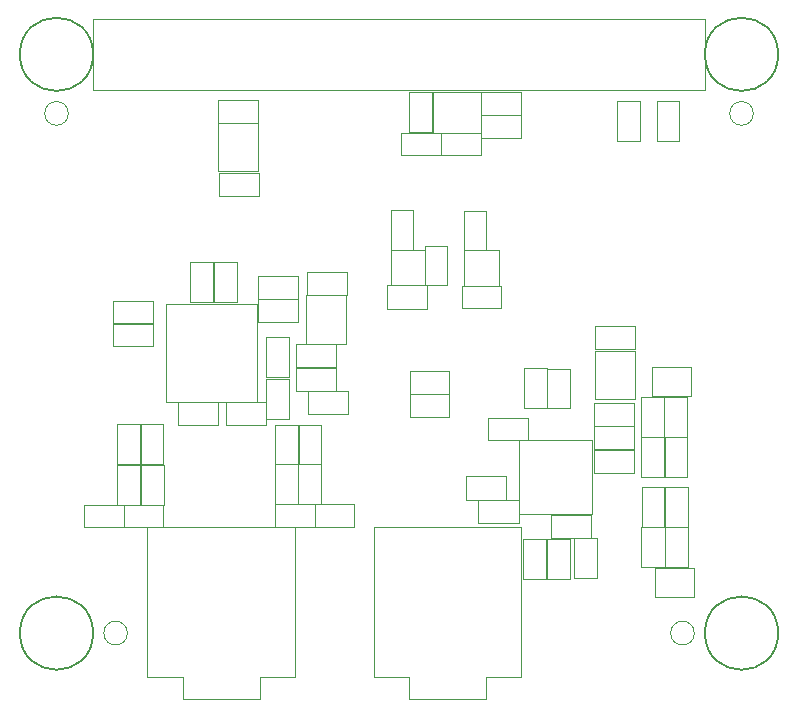
<source format=gbr>
%TF.GenerationSoftware,KiCad,Pcbnew,8.0.4+1*%
%TF.CreationDate,2024-10-16T16:53:17+00:00*%
%TF.ProjectId,pedalboard-soundcard,70656461-6c62-46f6-9172-642d736f756e,1.0.0*%
%TF.SameCoordinates,Original*%
%TF.FileFunction,Other,User*%
%FSLAX46Y46*%
G04 Gerber Fmt 4.6, Leading zero omitted, Abs format (unit mm)*
G04 Created by KiCad (PCBNEW 8.0.4+1) date 2024-10-16 16:53:17*
%MOMM*%
%LPD*%
G01*
G04 APERTURE LIST*
%ADD10C,0.150000*%
%ADD11C,0.050000*%
G04 APERTURE END LIST*
D10*
%TO.C,H4*%
X113100000Y-56000000D02*
G75*
G02*
X106900000Y-56000000I-3100000J0D01*
G01*
X106900000Y-56000000D02*
G75*
G02*
X113100000Y-56000000I3100000J0D01*
G01*
%TO.C,H3*%
X55100000Y-56000000D02*
G75*
G02*
X48900000Y-56000000I-3100000J0D01*
G01*
X48900000Y-56000000D02*
G75*
G02*
X55100000Y-56000000I3100000J0D01*
G01*
%TO.C,H1*%
X55100000Y-105000000D02*
G75*
G02*
X48900000Y-105000000I-3100000J0D01*
G01*
X48900000Y-105000000D02*
G75*
G02*
X55100000Y-105000000I3100000J0D01*
G01*
%TO.C,H2*%
X113100000Y-105000000D02*
G75*
G02*
X106900000Y-105000000I-3100000J0D01*
G01*
X106900000Y-105000000D02*
G75*
G02*
X113100000Y-105000000I3100000J0D01*
G01*
D11*
%TO.C,J1*%
X55120000Y-52970000D02*
X106920000Y-52970000D01*
X55120000Y-59020000D02*
X55120000Y-52970000D01*
X55120000Y-59020000D02*
X106920000Y-59020000D01*
X106920000Y-59020000D02*
X106920000Y-52970000D01*
%TO.C,JP1*%
X102650000Y-99450000D02*
X102650000Y-101950000D01*
X102650000Y-99450000D02*
X105950000Y-99450000D01*
X105950000Y-101950000D02*
X102650000Y-101950000D01*
X105950000Y-101950000D02*
X105950000Y-99450000D01*
%TO.C,R7*%
X84545000Y-62625000D02*
X87905000Y-62625000D01*
X84545000Y-64525000D02*
X84545000Y-62625000D01*
X87905000Y-62625000D02*
X87905000Y-64525000D01*
X87905000Y-64525000D02*
X84545000Y-64525000D01*
%TO.C,R25*%
X83200000Y-72200000D02*
X85100000Y-72200000D01*
X83200000Y-75560000D02*
X83200000Y-72200000D01*
X85100000Y-72200000D02*
X85100000Y-75560000D01*
X85100000Y-75560000D02*
X83200000Y-75560000D01*
%TO.C,C21*%
X101520000Y-96030000D02*
X103480000Y-96030000D01*
X101520000Y-99430000D02*
X101520000Y-96030000D01*
X103480000Y-96030000D02*
X103480000Y-99430000D01*
X103480000Y-99430000D02*
X101520000Y-99430000D01*
%TO.C,X1*%
X80300000Y-72550000D02*
X80300000Y-75550000D01*
X80300000Y-75550000D02*
X83200000Y-75550000D01*
X83200000Y-72550000D02*
X80300000Y-72550000D01*
X83200000Y-75550000D02*
X83200000Y-72550000D01*
%TO.C,FID4*%
X58000000Y-105000000D02*
G75*
G02*
X56000000Y-105000000I-1000000J0D01*
G01*
X56000000Y-105000000D02*
G75*
G02*
X58000000Y-105000000I1000000J0D01*
G01*
%TO.C,U2*%
X65700000Y-61800000D02*
X65700000Y-65900000D01*
X65700000Y-65900000D02*
X69100000Y-65900000D01*
X69100000Y-61800000D02*
X65700000Y-61800000D01*
X69100000Y-65900000D02*
X69100000Y-61800000D01*
%TO.C,R16*%
X101575000Y-92625000D02*
X103475000Y-92625000D01*
X101575000Y-95985000D02*
X101575000Y-92625000D01*
X103475000Y-92625000D02*
X103475000Y-95985000D01*
X103475000Y-95985000D02*
X101575000Y-95985000D01*
%TO.C,C3*%
X59120000Y-90730000D02*
X61080000Y-90730000D01*
X59120000Y-94130000D02*
X59120000Y-90730000D01*
X61080000Y-90730000D02*
X61080000Y-94130000D01*
X61080000Y-94130000D02*
X59120000Y-94130000D01*
%TO.C,C16*%
X65320000Y-73600000D02*
X67280000Y-73600000D01*
X65320000Y-77000000D02*
X65320000Y-73600000D01*
X67280000Y-73600000D02*
X67280000Y-77000000D01*
X67280000Y-77000000D02*
X65320000Y-77000000D01*
%TO.C,C32*%
X79975000Y-75560000D02*
X83375000Y-75560000D01*
X79975000Y-77520000D02*
X79975000Y-75560000D01*
X83375000Y-75560000D02*
X83375000Y-77520000D01*
X83375000Y-77520000D02*
X79975000Y-77520000D01*
%TO.C,R5*%
X87945000Y-61150000D02*
X91305000Y-61150000D01*
X87945000Y-63050000D02*
X87945000Y-61150000D01*
X91305000Y-61150000D02*
X91305000Y-63050000D01*
X91305000Y-63050000D02*
X87945000Y-63050000D01*
%TO.C,R10*%
X81170000Y-62625000D02*
X84530000Y-62625000D01*
X81170000Y-64525000D02*
X81170000Y-62625000D01*
X84530000Y-62625000D02*
X84530000Y-64525000D01*
X84530000Y-64525000D02*
X81170000Y-64525000D01*
%TO.C,X2*%
X86525000Y-72600000D02*
X86525000Y-75600000D01*
X86525000Y-75600000D02*
X89425000Y-75600000D01*
X89425000Y-72600000D02*
X86525000Y-72600000D01*
X89425000Y-75600000D02*
X89425000Y-72600000D01*
%TO.C,D2*%
X93560000Y-82620000D02*
X95460000Y-82620000D01*
X93560000Y-85980000D02*
X93560000Y-82620000D01*
X95460000Y-82620000D02*
X95460000Y-85980000D01*
X95460000Y-85980000D02*
X93560000Y-85980000D01*
%TO.C,C14*%
X69745000Y-83450000D02*
X71705000Y-83450000D01*
X69745000Y-86850000D02*
X69745000Y-83450000D01*
X71705000Y-83450000D02*
X71705000Y-86850000D01*
X71705000Y-86850000D02*
X69745000Y-86850000D01*
%TO.C,C28*%
X86670000Y-91730000D02*
X90070000Y-91730000D01*
X86670000Y-93690000D02*
X86670000Y-91730000D01*
X90070000Y-91730000D02*
X90070000Y-93690000D01*
X90070000Y-93690000D02*
X86670000Y-93690000D01*
%TO.C,C11*%
X69050000Y-76720000D02*
X72450000Y-76720000D01*
X69050000Y-78680000D02*
X69050000Y-76720000D01*
X72450000Y-76720000D02*
X72450000Y-78680000D01*
X72450000Y-78680000D02*
X69050000Y-78680000D01*
%TO.C,C4*%
X70495000Y-90710000D02*
X72455000Y-90710000D01*
X70495000Y-94110000D02*
X70495000Y-90710000D01*
X72455000Y-90710000D02*
X72455000Y-94110000D01*
X72455000Y-94110000D02*
X70495000Y-94110000D01*
%TO.C,R11*%
X70490000Y-94110000D02*
X73850000Y-94110000D01*
X70490000Y-96010000D02*
X70490000Y-94110000D01*
X73850000Y-94110000D02*
X73850000Y-96010000D01*
X73850000Y-96010000D02*
X70490000Y-96010000D01*
%TO.C,C7*%
X72470000Y-90710000D02*
X74430000Y-90710000D01*
X72470000Y-94110000D02*
X72470000Y-90710000D01*
X74430000Y-90710000D02*
X74430000Y-94110000D01*
X74430000Y-94110000D02*
X72470000Y-94110000D01*
%TO.C,FID1*%
X53000000Y-61000000D02*
G75*
G02*
X51000000Y-61000000I-1000000J0D01*
G01*
X51000000Y-61000000D02*
G75*
G02*
X53000000Y-61000000I1000000J0D01*
G01*
%TO.C,C24*%
X93495000Y-97000000D02*
X95455000Y-97000000D01*
X93495000Y-100400000D02*
X93495000Y-97000000D01*
X95455000Y-97000000D02*
X95455000Y-100400000D01*
X95455000Y-100400000D02*
X93495000Y-100400000D01*
%TO.C,FID2*%
X111000000Y-61000000D02*
G75*
G02*
X109000000Y-61000000I-1000000J0D01*
G01*
X109000000Y-61000000D02*
G75*
G02*
X111000000Y-61000000I1000000J0D01*
G01*
%TO.C,C6*%
X65725000Y-66045000D02*
X69125000Y-66045000D01*
X65725000Y-68005000D02*
X65725000Y-66045000D01*
X69125000Y-66045000D02*
X69125000Y-68005000D01*
X69125000Y-68005000D02*
X65725000Y-68005000D01*
%TO.C,R19*%
X101525000Y-88397500D02*
X103425000Y-88397500D01*
X101525000Y-91757500D02*
X101525000Y-88397500D01*
X103425000Y-88397500D02*
X103425000Y-91757500D01*
X103425000Y-91757500D02*
X101525000Y-91757500D01*
%TO.C,C23*%
X87720000Y-93740000D02*
X91120000Y-93740000D01*
X87720000Y-95700000D02*
X87720000Y-93740000D01*
X91120000Y-93740000D02*
X91120000Y-95700000D01*
X91120000Y-95700000D02*
X87720000Y-95700000D01*
%TO.C,R12*%
X70525000Y-87350000D02*
X72425000Y-87350000D01*
X70525000Y-90710000D02*
X70525000Y-87350000D01*
X72425000Y-87350000D02*
X72425000Y-90710000D01*
X72425000Y-90710000D02*
X70525000Y-90710000D01*
%TO.C,C9*%
X72300000Y-80545000D02*
X75700000Y-80545000D01*
X72300000Y-82505000D02*
X72300000Y-80545000D01*
X75700000Y-80545000D02*
X75700000Y-82505000D01*
X75700000Y-82505000D02*
X72300000Y-82505000D01*
%TO.C,J4*%
X59690000Y-96050000D02*
X59690000Y-108750000D01*
X59690000Y-108750000D02*
X62690000Y-108750000D01*
X62690000Y-108750000D02*
X62690000Y-110550000D01*
X62690000Y-110550000D02*
X69190000Y-110550000D01*
X69190000Y-108750000D02*
X72190000Y-108750000D01*
X69190000Y-110550000D02*
X69190000Y-108750000D01*
X72190000Y-96050000D02*
X59690000Y-96050000D01*
X72190000Y-108500000D02*
X72190000Y-96050000D01*
X72190000Y-108750000D02*
X72190000Y-108500000D01*
%TO.C,R13*%
X73860000Y-94110000D02*
X77220000Y-94110000D01*
X73860000Y-96010000D02*
X73860000Y-94110000D01*
X77220000Y-94110000D02*
X77220000Y-96010000D01*
X77220000Y-96010000D02*
X73860000Y-96010000D01*
%TO.C,C26*%
X101500000Y-84992500D02*
X103460000Y-84992500D01*
X101500000Y-88392500D02*
X101500000Y-84992500D01*
X103460000Y-84992500D02*
X103460000Y-88392500D01*
X103460000Y-88392500D02*
X101500000Y-88392500D01*
%TO.C,R1*%
X56800000Y-76875000D02*
X60160000Y-76875000D01*
X56800000Y-78775000D02*
X56800000Y-76875000D01*
X60160000Y-76875000D02*
X60160000Y-78775000D01*
X60160000Y-78775000D02*
X56800000Y-78775000D01*
%TO.C,C5*%
X65700000Y-59840000D02*
X69100000Y-59840000D01*
X65700000Y-61800000D02*
X65700000Y-59840000D01*
X69100000Y-59840000D02*
X69100000Y-61800000D01*
X69100000Y-61800000D02*
X65700000Y-61800000D01*
%TO.C,C13*%
X69720000Y-79950000D02*
X71680000Y-79950000D01*
X69720000Y-83350000D02*
X69720000Y-79950000D01*
X71680000Y-79950000D02*
X71680000Y-83350000D01*
X71680000Y-83350000D02*
X69720000Y-83350000D01*
%TO.C,R15*%
X102840000Y-59960000D02*
X104740000Y-59960000D01*
X102840000Y-63320000D02*
X102840000Y-59960000D01*
X104740000Y-59960000D02*
X104740000Y-63320000D01*
X104740000Y-63320000D02*
X102840000Y-63320000D01*
%TO.C,C15*%
X69050000Y-74745000D02*
X72450000Y-74745000D01*
X69050000Y-76705000D02*
X69050000Y-74745000D01*
X72450000Y-74745000D02*
X72450000Y-76705000D01*
X72450000Y-76705000D02*
X69050000Y-76705000D01*
%TO.C,C30*%
X97500000Y-85495000D02*
X100900000Y-85495000D01*
X97500000Y-87455000D02*
X97500000Y-85495000D01*
X100900000Y-85495000D02*
X100900000Y-87455000D01*
X100900000Y-87455000D02*
X97500000Y-87455000D01*
%TO.C,C25*%
X103460000Y-84977500D02*
X105420000Y-84977500D01*
X103460000Y-88377500D02*
X103460000Y-84977500D01*
X105420000Y-84977500D02*
X105420000Y-88377500D01*
X105420000Y-88377500D02*
X103460000Y-88377500D01*
%TO.C,R23*%
X86295000Y-75600000D02*
X89655000Y-75600000D01*
X86295000Y-77500000D02*
X86295000Y-75600000D01*
X89655000Y-75600000D02*
X89655000Y-77500000D01*
X89655000Y-77500000D02*
X86295000Y-77500000D01*
%TO.C,C31*%
X93825000Y-94980000D02*
X97225000Y-94980000D01*
X93825000Y-96940000D02*
X93825000Y-94980000D01*
X97225000Y-94980000D02*
X97225000Y-96940000D01*
X97225000Y-96940000D02*
X93825000Y-96940000D01*
%TO.C,D1*%
X56825000Y-78800000D02*
X60185000Y-78800000D01*
X56825000Y-80700000D02*
X56825000Y-78800000D01*
X60185000Y-78800000D02*
X60185000Y-80700000D01*
X60185000Y-80700000D02*
X56825000Y-80700000D01*
%TO.C,U6*%
X91130000Y-88657000D02*
X91130000Y-94897000D01*
X91130000Y-94897000D02*
X97370000Y-94897000D01*
X97370000Y-88657000D02*
X91130000Y-88657000D01*
X97370000Y-94897000D02*
X97370000Y-88657000D01*
%TO.C,U5*%
X97600000Y-81075000D02*
X97600000Y-85175000D01*
X97600000Y-85175000D02*
X101000000Y-85175000D01*
X101000000Y-81075000D02*
X97600000Y-81075000D01*
X101000000Y-85175000D02*
X101000000Y-81075000D01*
%TO.C,C8*%
X73200000Y-74420000D02*
X76600000Y-74420000D01*
X73200000Y-76380000D02*
X73200000Y-74420000D01*
X76600000Y-74420000D02*
X76600000Y-76380000D01*
X76600000Y-76380000D02*
X73200000Y-76380000D01*
%TO.C,R21*%
X81900000Y-84770000D02*
X85260000Y-84770000D01*
X81900000Y-86670000D02*
X81900000Y-84770000D01*
X85260000Y-84770000D02*
X85260000Y-86670000D01*
X85260000Y-86670000D02*
X81900000Y-86670000D01*
%TO.C,JP2*%
X102450000Y-82450000D02*
X102450000Y-84950000D01*
X102450000Y-82450000D02*
X105750000Y-82450000D01*
X105750000Y-84950000D02*
X102450000Y-84950000D01*
X105750000Y-84950000D02*
X105750000Y-82450000D01*
%TO.C,R8*%
X59150000Y-87330000D02*
X61050000Y-87330000D01*
X59150000Y-90690000D02*
X59150000Y-87330000D01*
X61050000Y-87330000D02*
X61050000Y-90690000D01*
X61050000Y-90690000D02*
X59150000Y-90690000D01*
%TO.C,R14*%
X72500000Y-87350000D02*
X74400000Y-87350000D01*
X72500000Y-90710000D02*
X72500000Y-87350000D01*
X74400000Y-87350000D02*
X74400000Y-90710000D01*
X74400000Y-90710000D02*
X72500000Y-90710000D01*
%TO.C,C34*%
X62290000Y-85400000D02*
X65690000Y-85400000D01*
X62290000Y-87360000D02*
X62290000Y-85400000D01*
X65690000Y-85400000D02*
X65690000Y-87360000D01*
X65690000Y-87360000D02*
X62290000Y-87360000D01*
%TO.C,C12*%
X97525000Y-89470000D02*
X100925000Y-89470000D01*
X97525000Y-91430000D02*
X97525000Y-89470000D01*
X100925000Y-89470000D02*
X100925000Y-91430000D01*
X100925000Y-91430000D02*
X97525000Y-91430000D01*
%TO.C,C22*%
X103520000Y-96030000D02*
X105480000Y-96030000D01*
X103520000Y-99430000D02*
X103520000Y-96030000D01*
X105480000Y-96030000D02*
X105480000Y-99430000D01*
X105480000Y-99430000D02*
X103520000Y-99430000D01*
%TO.C,C27*%
X95790000Y-96940000D02*
X97750000Y-96940000D01*
X95790000Y-100340000D02*
X95790000Y-96940000D01*
X97750000Y-96940000D02*
X97750000Y-100340000D01*
X97750000Y-100340000D02*
X95790000Y-100340000D01*
%TO.C,R22*%
X81900000Y-82820000D02*
X85260000Y-82820000D01*
X81900000Y-84720000D02*
X81900000Y-82820000D01*
X85260000Y-82820000D02*
X85260000Y-84720000D01*
X85260000Y-84720000D02*
X81900000Y-84720000D01*
%TO.C,FID3*%
X106000000Y-105000000D02*
G75*
G02*
X104000000Y-105000000I-1000000J0D01*
G01*
X104000000Y-105000000D02*
G75*
G02*
X106000000Y-105000000I1000000J0D01*
G01*
%TO.C,R18*%
X103490000Y-88397500D02*
X105390000Y-88397500D01*
X103490000Y-91757500D02*
X103490000Y-88397500D01*
X105390000Y-88397500D02*
X105390000Y-91757500D01*
X105390000Y-91757500D02*
X103490000Y-91757500D01*
%TO.C,C29*%
X97525000Y-87470000D02*
X100925000Y-87470000D01*
X97525000Y-89430000D02*
X97525000Y-87470000D01*
X100925000Y-87470000D02*
X100925000Y-89430000D01*
X100925000Y-89430000D02*
X97525000Y-89430000D01*
%TO.C,J5*%
X78850000Y-96050000D02*
X78850000Y-108750000D01*
X78850000Y-108750000D02*
X81850000Y-108750000D01*
X81850000Y-108750000D02*
X81850000Y-110550000D01*
X81850000Y-110550000D02*
X88350000Y-110550000D01*
X88350000Y-108750000D02*
X91350000Y-108750000D01*
X88350000Y-110550000D02*
X88350000Y-108750000D01*
X91350000Y-96050000D02*
X78850000Y-96050000D01*
X91350000Y-108500000D02*
X91350000Y-96050000D01*
X91350000Y-108750000D02*
X91350000Y-108500000D01*
%TO.C,U4*%
X61250000Y-77100000D02*
X61250000Y-85400000D01*
X61250000Y-85400000D02*
X68950000Y-85400000D01*
X68950000Y-77100000D02*
X61250000Y-77100000D01*
X68950000Y-85400000D02*
X68950000Y-77100000D01*
%TO.C,U3*%
X73150000Y-76400000D02*
X73150000Y-80500000D01*
X73150000Y-80500000D02*
X76550000Y-80500000D01*
X76550000Y-76400000D02*
X73150000Y-76400000D01*
X76550000Y-80500000D02*
X76550000Y-76400000D01*
%TO.C,R26*%
X80300000Y-69190000D02*
X82200000Y-69190000D01*
X80300000Y-72550000D02*
X80300000Y-69190000D01*
X82200000Y-69190000D02*
X82200000Y-72550000D01*
X82200000Y-72550000D02*
X80300000Y-72550000D01*
%TO.C,C1*%
X81870000Y-59175000D02*
X83830000Y-59175000D01*
X81870000Y-62575000D02*
X81870000Y-59175000D01*
X83830000Y-59175000D02*
X83830000Y-62575000D01*
X83830000Y-62575000D02*
X81870000Y-62575000D01*
%TO.C,C33*%
X66340000Y-85410000D02*
X69740000Y-85410000D01*
X66340000Y-87370000D02*
X66340000Y-85410000D01*
X69740000Y-85410000D02*
X69740000Y-87370000D01*
X69740000Y-87370000D02*
X66340000Y-87370000D01*
%TO.C,R3*%
X57150000Y-87330000D02*
X59050000Y-87330000D01*
X57150000Y-90690000D02*
X57150000Y-87330000D01*
X59050000Y-87330000D02*
X59050000Y-90690000D01*
X59050000Y-90690000D02*
X57150000Y-90690000D01*
%TO.C,R27*%
X86500000Y-69240000D02*
X88400000Y-69240000D01*
X86500000Y-72600000D02*
X86500000Y-69240000D01*
X88400000Y-69240000D02*
X88400000Y-72600000D01*
X88400000Y-72600000D02*
X86500000Y-72600000D01*
%TO.C,C20*%
X91520000Y-97000000D02*
X93480000Y-97000000D01*
X91520000Y-100400000D02*
X91520000Y-97000000D01*
X93480000Y-97000000D02*
X93480000Y-100400000D01*
X93480000Y-100400000D02*
X91520000Y-100400000D01*
%TO.C,R17*%
X103525000Y-92625000D02*
X105425000Y-92625000D01*
X103525000Y-95985000D02*
X103525000Y-92625000D01*
X105425000Y-92625000D02*
X105425000Y-95985000D01*
X105425000Y-95985000D02*
X103525000Y-95985000D01*
%TO.C,R24*%
X91610000Y-82590000D02*
X93510000Y-82590000D01*
X91610000Y-85950000D02*
X91610000Y-82590000D01*
X93510000Y-82590000D02*
X93510000Y-85950000D01*
X93510000Y-85950000D02*
X91610000Y-85950000D01*
%TO.C,C10*%
X97600000Y-79020000D02*
X101000000Y-79020000D01*
X97600000Y-80980000D02*
X97600000Y-79020000D01*
X101000000Y-79020000D02*
X101000000Y-80980000D01*
X101000000Y-80980000D02*
X97600000Y-80980000D01*
%TO.C,R20*%
X88545000Y-86750000D02*
X91905000Y-86750000D01*
X88545000Y-88650000D02*
X88545000Y-86750000D01*
X91905000Y-86750000D02*
X91905000Y-88650000D01*
X91905000Y-88650000D02*
X88545000Y-88650000D01*
%TO.C,R9*%
X57690000Y-94140000D02*
X61050000Y-94140000D01*
X57690000Y-96040000D02*
X57690000Y-94140000D01*
X61050000Y-94140000D02*
X61050000Y-96040000D01*
X61050000Y-96040000D02*
X57690000Y-96040000D01*
%TO.C,C18*%
X73300000Y-84520000D02*
X76700000Y-84520000D01*
X73300000Y-86480000D02*
X73300000Y-84520000D01*
X76700000Y-84520000D02*
X76700000Y-86480000D01*
X76700000Y-86480000D02*
X73300000Y-86480000D01*
%TO.C,R6*%
X87945000Y-59225000D02*
X91305000Y-59225000D01*
X87945000Y-61125000D02*
X87945000Y-59225000D01*
X91305000Y-59225000D02*
X91305000Y-61125000D01*
X91305000Y-61125000D02*
X87945000Y-61125000D01*
%TO.C,R2*%
X99470000Y-59950000D02*
X101370000Y-59950000D01*
X99470000Y-63310000D02*
X99470000Y-59950000D01*
X101370000Y-59950000D02*
X101370000Y-63310000D01*
X101370000Y-63310000D02*
X99470000Y-63310000D01*
%TO.C,C19*%
X72300000Y-82545000D02*
X75700000Y-82545000D01*
X72300000Y-84505000D02*
X72300000Y-82545000D01*
X75700000Y-82545000D02*
X75700000Y-84505000D01*
X75700000Y-84505000D02*
X72300000Y-84505000D01*
%TO.C,C2*%
X57120000Y-90730000D02*
X59080000Y-90730000D01*
X57120000Y-94130000D02*
X57120000Y-90730000D01*
X59080000Y-90730000D02*
X59080000Y-94130000D01*
X59080000Y-94130000D02*
X57120000Y-94130000D01*
%TO.C,R4*%
X54320000Y-94140000D02*
X57680000Y-94140000D01*
X54320000Y-96040000D02*
X54320000Y-94140000D01*
X57680000Y-94140000D02*
X57680000Y-96040000D01*
X57680000Y-96040000D02*
X54320000Y-96040000D01*
%TO.C,U1*%
X83840000Y-59220000D02*
X83840000Y-62620000D01*
X83840000Y-62620000D02*
X87940000Y-62620000D01*
X87940000Y-59220000D02*
X83840000Y-59220000D01*
X87940000Y-62620000D02*
X87940000Y-59220000D01*
%TO.C,C17*%
X63320000Y-73600000D02*
X65280000Y-73600000D01*
X63320000Y-77000000D02*
X63320000Y-73600000D01*
X65280000Y-73600000D02*
X65280000Y-77000000D01*
X65280000Y-77000000D02*
X63320000Y-77000000D01*
%TD*%
M02*

</source>
